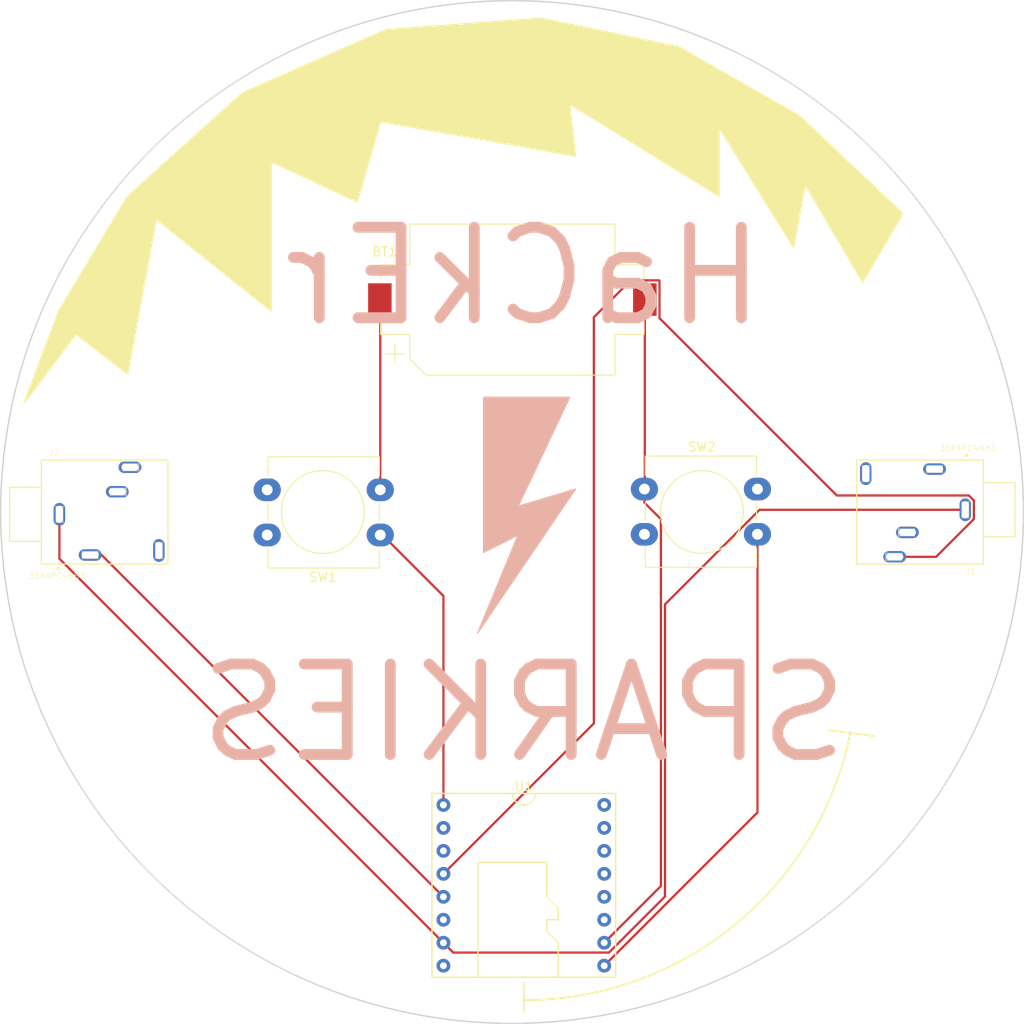
<source format=kicad_pcb>
(kicad_pcb (version 20171130) (host pcbnew "(5.0.2)-1")

  (general
    (thickness 1.6)
    (drawings 7)
    (tracks 39)
    (zones 0)
    (modules 6)
    (nets 24)
  )

  (page A4)
  (layers
    (0 F.Cu signal)
    (31 B.Cu signal)
    (32 B.Adhes user)
    (33 F.Adhes user)
    (34 B.Paste user)
    (35 F.Paste user)
    (36 B.SilkS user)
    (37 F.SilkS user)
    (38 B.Mask user)
    (39 F.Mask user)
    (40 Dwgs.User user)
    (41 Cmts.User user)
    (42 Eco1.User user)
    (43 Eco2.User user)
    (44 Edge.Cuts user)
    (45 Margin user)
    (46 B.CrtYd user)
    (47 F.CrtYd user)
    (48 B.Fab user)
    (49 F.Fab user)
  )

  (setup
    (last_trace_width 0.25)
    (trace_clearance 0.2)
    (zone_clearance 0.508)
    (zone_45_only no)
    (trace_min 0.2)
    (segment_width 0.2)
    (edge_width 0.15)
    (via_size 0.8)
    (via_drill 0.4)
    (via_min_size 0.4)
    (via_min_drill 0.3)
    (uvia_size 0.3)
    (uvia_drill 0.1)
    (uvias_allowed no)
    (uvia_min_size 0.2)
    (uvia_min_drill 0.1)
    (pcb_text_width 0.3)
    (pcb_text_size 1.5 1.5)
    (mod_edge_width 0.15)
    (mod_text_size 1 1)
    (mod_text_width 0.15)
    (pad_size 1.524 1.524)
    (pad_drill 0.762)
    (pad_to_mask_clearance 0.051)
    (solder_mask_min_width 0.25)
    (aux_axis_origin 0 0)
    (visible_elements 7FFFFFFF)
    (pcbplotparams
      (layerselection 0x010f0_ffffffff)
      (usegerberextensions true)
      (usegerberattributes false)
      (usegerberadvancedattributes false)
      (creategerberjobfile false)
      (excludeedgelayer true)
      (linewidth 0.100000)
      (plotframeref false)
      (viasonmask false)
      (mode 1)
      (useauxorigin false)
      (hpglpennumber 1)
      (hpglpenspeed 20)
      (hpglpendiameter 15.000000)
      (psnegative false)
      (psa4output false)
      (plotreference true)
      (plotvalue true)
      (plotinvisibletext false)
      (padsonsilk false)
      (subtractmaskfromsilk false)
      (outputformat 1)
      (mirror false)
      (drillshape 0)
      (scaleselection 1)
      (outputdirectory "Gerber/"))
  )

  (net 0 "")
  (net 1 GND)
  (net 2 "Net-(BT1-Pad1)")
  (net 3 "Net-(SW1-Pad1)")
  (net 4 "Net-(SW2-Pad2)")
  (net 5 "Net-(U1-Pad16)")
  (net 6 "Net-(U1-Pad15)")
  (net 7 "Net-(U1-Pad14)")
  (net 8 "Net-(U1-Pad13)")
  (net 9 "Net-(U1-Pad12)")
  (net 10 "Net-(U1-Pad11)")
  (net 11 "Net-(U1-Pad8)")
  (net 12 "Net-(U1-Pad6)")
  (net 13 "Net-(U1-Pad3)")
  (net 14 "Net-(U1-Pad2)")
  (net 15 "Net-(J1-Pad1)")
  (net 16 "Net-(J1-Pad2)")
  (net 17 "Net-(J1-Pad3)")
  (net 18 "Net-(J1-Pad4)")
  (net 19 "Net-(J1-Pad5)")
  (net 20 "Net-(J2-Pad5)")
  (net 21 "Net-(J2-Pad4)")
  (net 22 "Net-(J2-Pad3)")
  (net 23 "Net-(J2-Pad2)")

  (net_class Default "This is the default net class."
    (clearance 0.2)
    (trace_width 0.25)
    (via_dia 0.8)
    (via_drill 0.4)
    (uvia_dia 0.3)
    (uvia_drill 0.1)
    (add_net GND)
    (add_net "Net-(BT1-Pad1)")
    (add_net "Net-(J1-Pad1)")
    (add_net "Net-(J1-Pad2)")
    (add_net "Net-(J1-Pad3)")
    (add_net "Net-(J1-Pad4)")
    (add_net "Net-(J1-Pad5)")
    (add_net "Net-(J2-Pad2)")
    (add_net "Net-(J2-Pad3)")
    (add_net "Net-(J2-Pad4)")
    (add_net "Net-(J2-Pad5)")
    (add_net "Net-(SW1-Pad1)")
    (add_net "Net-(SW2-Pad2)")
    (add_net "Net-(U1-Pad11)")
    (add_net "Net-(U1-Pad12)")
    (add_net "Net-(U1-Pad13)")
    (add_net "Net-(U1-Pad14)")
    (add_net "Net-(U1-Pad15)")
    (add_net "Net-(U1-Pad16)")
    (add_net "Net-(U1-Pad2)")
    (add_net "Net-(U1-Pad3)")
    (add_net "Net-(U1-Pad6)")
    (add_net "Net-(U1-Pad8)")
  )

  (module Battery:BatteryHolder_Keystone_1060_1x2032 (layer F.Cu) (tedit 5B98EF5E) (tstamp 5C95D91B)
    (at 149.225 48.26)
    (descr http://www.keyelco.com/product-pdf.cfm?p=726)
    (tags "CR2032 BR2032 BatteryHolder Battery")
    (path /5C6D2A86)
    (attr smd)
    (fp_text reference BT1 (at -14.125 -5.3) (layer F.SilkS)
      (effects (font (size 1 1) (thickness 0.15)))
    )
    (fp_text value Battery (at 0 -11.75) (layer F.Fab)
      (effects (font (size 1 1) (thickness 0.15)))
    )
    (fp_circle (center 0 0) (end -10.2 0) (layer Dwgs.User) (width 0.3))
    (fp_line (start 11 8) (end -9.4 8) (layer F.Fab) (width 0.1))
    (fp_line (start 11 -8) (end -11 -8) (layer F.Fab) (width 0.1))
    (fp_line (start 11 8) (end 11 3.5) (layer F.Fab) (width 0.1))
    (fp_line (start 11 -8) (end 11 -3.5) (layer F.Fab) (width 0.1))
    (fp_line (start -11 -8) (end -11 -3.5) (layer F.Fab) (width 0.1))
    (fp_line (start -11 6.4) (end -11 3.5) (layer F.Fab) (width 0.1))
    (fp_line (start -11 3.5) (end -14.2 3.5) (layer F.Fab) (width 0.1))
    (fp_line (start -14.2 3.5) (end -14.2 -3.5) (layer F.Fab) (width 0.1))
    (fp_line (start -14.2 -3.5) (end -11 -3.5) (layer F.Fab) (width 0.1))
    (fp_line (start 11 3.5) (end 14.2 3.5) (layer F.Fab) (width 0.1))
    (fp_line (start 14.2 3.5) (end 14.2 -3.5) (layer F.Fab) (width 0.1))
    (fp_line (start 14.2 -3.5) (end 11 -3.5) (layer F.Fab) (width 0.1))
    (fp_line (start -9.4 8) (end -11 6.4) (layer F.Fab) (width 0.1))
    (fp_line (start 11.35 3.85) (end 14.55 3.85) (layer F.SilkS) (width 0.12))
    (fp_line (start 14.55 3.85) (end 14.55 2.3) (layer F.SilkS) (width 0.12))
    (fp_line (start 11.35 8.35) (end 11.35 3.85) (layer F.SilkS) (width 0.12))
    (fp_line (start 11.35 8.35) (end -9.55 8.35) (layer F.SilkS) (width 0.12))
    (fp_line (start -11.35 6.55) (end -11.35 3.85) (layer F.SilkS) (width 0.12))
    (fp_line (start -9.55 8.35) (end -11.35 6.55) (layer F.SilkS) (width 0.12))
    (fp_line (start -11.35 3.85) (end -14.55 3.85) (layer F.SilkS) (width 0.12))
    (fp_line (start -14.55 3.85) (end -14.55 2.3) (layer F.SilkS) (width 0.12))
    (fp_line (start -11.35 -3.85) (end -14.55 -3.85) (layer F.SilkS) (width 0.12))
    (fp_line (start -14.55 -3.85) (end -14.55 -2.3) (layer F.SilkS) (width 0.12))
    (fp_line (start 11.35 -3.85) (end 14.55 -3.85) (layer F.SilkS) (width 0.12))
    (fp_line (start 14.55 -3.85) (end 14.55 -2.3) (layer F.SilkS) (width 0.12))
    (fp_line (start -11.35 -8.35) (end 11.35 -8.35) (layer F.SilkS) (width 0.12))
    (fp_line (start -11.35 -8.35) (end -11.35 -3.85) (layer F.SilkS) (width 0.12))
    (fp_line (start 11.35 -8.35) (end 11.35 -3.85) (layer F.SilkS) (width 0.12))
    (fp_arc (start 0 0) (end -6.5 8.5) (angle -74.81070976) (layer F.CrtYd) (width 0.05))
    (fp_line (start 11.5 8.5) (end 6.5 8.5) (layer F.CrtYd) (width 0.05))
    (fp_line (start -6.5 8.5) (end -11.5 8.5) (layer F.CrtYd) (width 0.05))
    (fp_line (start -11.5 4) (end -11.5 8.5) (layer F.CrtYd) (width 0.05))
    (fp_line (start -14.7 4) (end -11.5 4) (layer F.CrtYd) (width 0.05))
    (fp_line (start -14.7 4) (end -14.7 2.3) (layer F.CrtYd) (width 0.05))
    (fp_line (start -14.7 2.3) (end -16.45 2.3) (layer F.CrtYd) (width 0.05))
    (fp_line (start -16.45 2.3) (end -16.45 -2.3) (layer F.CrtYd) (width 0.05))
    (fp_line (start -14.7 -2.3) (end -16.45 -2.3) (layer F.CrtYd) (width 0.05))
    (fp_line (start -14.7 -2.3) (end -14.7 -4) (layer F.CrtYd) (width 0.05))
    (fp_line (start -14.7 -4) (end -11.5 -4) (layer F.CrtYd) (width 0.05))
    (fp_line (start -11.5 -4) (end -11.5 -8.5) (layer F.CrtYd) (width 0.05))
    (fp_line (start -11.5 -8.5) (end -6.5 -8.5) (layer F.CrtYd) (width 0.05))
    (fp_line (start 11.5 -8.5) (end 11.5 -4) (layer F.CrtYd) (width 0.05))
    (fp_line (start 11.5 -4) (end 14.7 -4) (layer F.CrtYd) (width 0.05))
    (fp_line (start 14.7 -4) (end 14.7 -2.3) (layer F.CrtYd) (width 0.05))
    (fp_line (start 14.7 -2.3) (end 16.45 -2.3) (layer F.CrtYd) (width 0.05))
    (fp_line (start 16.45 -2.3) (end 16.45 2.3) (layer F.CrtYd) (width 0.05))
    (fp_line (start 16.45 2.3) (end 14.7 2.3) (layer F.CrtYd) (width 0.05))
    (fp_line (start 14.7 2.3) (end 14.7 4) (layer F.CrtYd) (width 0.05))
    (fp_line (start 14.7 4) (end 11.5 4) (layer F.CrtYd) (width 0.05))
    (fp_line (start 11.5 4) (end 11.5 8.5) (layer F.CrtYd) (width 0.05))
    (fp_arc (start 0 0) (end 6.5 -8.5) (angle -74.81070976) (layer F.CrtYd) (width 0.05))
    (fp_line (start 11.5 -8.5) (end 6.5 -8.5) (layer F.CrtYd) (width 0.05))
    (fp_text user %R (at 0 0) (layer F.Fab)
      (effects (font (size 1 1) (thickness 0.15)))
    )
    (fp_line (start -13 5) (end -13 7) (layer F.SilkS) (width 0.12))
    (fp_line (start -12 6) (end -14 6) (layer F.SilkS) (width 0.12))
    (pad 2 smd rect (at 14.65 0 180) (size 2.6 3.6) (layers F.Cu F.Paste F.Mask)
      (net 1 GND))
    (pad 1 smd rect (at -14.65 0 180) (size 2.6 3.6) (layers F.Cu F.Paste F.Mask)
      (net 2 "Net-(BT1-Pad1)"))
    (model ${KISYS3DMOD}/Battery.3dshapes/BatteryHolder_Keystone_1060_1x2032.wrl
      (at (xyz 0 0 0))
      (scale (xyz 1 1 1))
      (rotate (xyz 0 0 0))
    )
  )

  (module Button_Switch_THT:SW_PUSH-12mm_Wuerth-430476085716 (layer F.Cu) (tedit 5A02FE31) (tstamp 5C95D985)
    (at 134.62 74.295 180)
    (descr "SW PUSH 12mm http://katalog.we-online.de/em/datasheet/430476085716.pdf")
    (tags "tact sw push 12mm")
    (path /5C6D33FB)
    (fp_text reference SW1 (at 6.35 -4.66 180) (layer F.SilkS)
      (effects (font (size 1 1) (thickness 0.15)))
    )
    (fp_text value SW_Push (at 6.35 9.93 180) (layer F.Fab)
      (effects (font (size 1 1) (thickness 0.15)))
    )
    (fp_circle (center 6.35 2.54) (end 10.92905 2.54) (layer F.SilkS) (width 0.12))
    (fp_line (start 0.25 -3.5) (end 0.25 8.5) (layer F.Fab) (width 0.1))
    (fp_line (start 0.25 8.5) (end 12.25 8.5) (layer F.Fab) (width 0.1))
    (fp_line (start 12.25 8.5) (end 12.25 -3.5) (layer F.Fab) (width 0.1))
    (fp_line (start 12.25 -3.5) (end 0.25 -3.5) (layer F.Fab) (width 0.1))
    (fp_line (start 0.1 -1.53) (end 0.1 -3.65) (layer F.SilkS) (width 0.12))
    (fp_line (start 0.1 -3.65) (end 12.4 -3.65) (layer F.SilkS) (width 0.12))
    (fp_line (start 12.4 -3.65) (end 12.4 -1.53) (layer F.SilkS) (width 0.12))
    (fp_line (start 12.4 1.53) (end 12.4 3.47) (layer F.SilkS) (width 0.12))
    (fp_line (start 12.4 6.53) (end 12.4 8.65) (layer F.SilkS) (width 0.12))
    (fp_line (start 12.4 8.65) (end 0.1 8.65) (layer F.SilkS) (width 0.12))
    (fp_line (start 0.1 8.65) (end 0.1 6.53) (layer F.SilkS) (width 0.12))
    (fp_line (start 0.1 3.47) (end 0.1 1.53) (layer F.SilkS) (width 0.12))
    (fp_line (start -1.75 -3.75) (end -1.75 8.75) (layer F.CrtYd) (width 0.05))
    (fp_line (start -1.75 8.75) (end 14.25 8.75) (layer F.CrtYd) (width 0.05))
    (fp_line (start 14.25 8.75) (end 14.25 -3.75) (layer F.CrtYd) (width 0.05))
    (fp_line (start 14.25 -3.75) (end -1.75 -3.75) (layer F.CrtYd) (width 0.05))
    (fp_text user %R (at 6.35 2.54 180) (layer F.Fab)
      (effects (font (size 1 1) (thickness 0.15)))
    )
    (pad 1 thru_hole oval (at 12.5 0 180) (size 3 2.5) (drill 1.2) (layers *.Cu *.Mask)
      (net 3 "Net-(SW1-Pad1)"))
    (pad 2 thru_hole oval (at 12.5 5 180) (size 3 2.5) (drill 1.2) (layers *.Cu *.Mask)
      (net 2 "Net-(BT1-Pad1)"))
    (pad 1 thru_hole oval (at 0 0 180) (size 3 2.5) (drill 1.2) (layers *.Cu *.Mask)
      (net 3 "Net-(SW1-Pad1)"))
    (pad 2 thru_hole oval (at 0 5 180) (size 3 2.5) (drill 1.2) (layers *.Cu *.Mask)
      (net 2 "Net-(BT1-Pad1)"))
    (model ${KISYS3DMOD}/Button_Switch_THT.3dshapes/SW_PUSH-12mm_Wuerth-430476085716.wrl
      (at (xyz 0 0 0))
      (scale (xyz 1 1 1))
      (rotate (xyz 0 0 0))
    )
  )

  (module Button_Switch_THT:SW_PUSH-12mm_Wuerth-430476085716 (layer F.Cu) (tedit 5A02FE31) (tstamp 5C95D99F)
    (at 163.83 69.215)
    (descr "SW PUSH 12mm http://katalog.we-online.de/em/datasheet/430476085716.pdf")
    (tags "tact sw push 12mm")
    (path /5C6D3441)
    (fp_text reference SW2 (at 6.35 -4.66) (layer F.SilkS)
      (effects (font (size 1 1) (thickness 0.15)))
    )
    (fp_text value SW_Push (at 6.35 9.93) (layer F.Fab)
      (effects (font (size 1 1) (thickness 0.15)))
    )
    (fp_text user %R (at 6.35 2.54) (layer F.Fab)
      (effects (font (size 1 1) (thickness 0.15)))
    )
    (fp_line (start 14.25 -3.75) (end -1.75 -3.75) (layer F.CrtYd) (width 0.05))
    (fp_line (start 14.25 8.75) (end 14.25 -3.75) (layer F.CrtYd) (width 0.05))
    (fp_line (start -1.75 8.75) (end 14.25 8.75) (layer F.CrtYd) (width 0.05))
    (fp_line (start -1.75 -3.75) (end -1.75 8.75) (layer F.CrtYd) (width 0.05))
    (fp_line (start 0.1 3.47) (end 0.1 1.53) (layer F.SilkS) (width 0.12))
    (fp_line (start 0.1 8.65) (end 0.1 6.53) (layer F.SilkS) (width 0.12))
    (fp_line (start 12.4 8.65) (end 0.1 8.65) (layer F.SilkS) (width 0.12))
    (fp_line (start 12.4 6.53) (end 12.4 8.65) (layer F.SilkS) (width 0.12))
    (fp_line (start 12.4 1.53) (end 12.4 3.47) (layer F.SilkS) (width 0.12))
    (fp_line (start 12.4 -3.65) (end 12.4 -1.53) (layer F.SilkS) (width 0.12))
    (fp_line (start 0.1 -3.65) (end 12.4 -3.65) (layer F.SilkS) (width 0.12))
    (fp_line (start 0.1 -1.53) (end 0.1 -3.65) (layer F.SilkS) (width 0.12))
    (fp_line (start 12.25 -3.5) (end 0.25 -3.5) (layer F.Fab) (width 0.1))
    (fp_line (start 12.25 8.5) (end 12.25 -3.5) (layer F.Fab) (width 0.1))
    (fp_line (start 0.25 8.5) (end 12.25 8.5) (layer F.Fab) (width 0.1))
    (fp_line (start 0.25 -3.5) (end 0.25 8.5) (layer F.Fab) (width 0.1))
    (fp_circle (center 6.35 2.54) (end 10.92905 2.54) (layer F.SilkS) (width 0.12))
    (pad 2 thru_hole oval (at 0 5) (size 3 2.5) (drill 1.2) (layers *.Cu *.Mask)
      (net 4 "Net-(SW2-Pad2)"))
    (pad 1 thru_hole oval (at 0 0) (size 3 2.5) (drill 1.2) (layers *.Cu *.Mask)
      (net 1 GND))
    (pad 2 thru_hole oval (at 12.5 5) (size 3 2.5) (drill 1.2) (layers *.Cu *.Mask)
      (net 4 "Net-(SW2-Pad2)"))
    (pad 1 thru_hole oval (at 12.5 0) (size 3 2.5) (drill 1.2) (layers *.Cu *.Mask)
      (net 1 GND))
    (model ${KISYS3DMOD}/Button_Switch_THT.3dshapes/SW_PUSH-12mm_Wuerth-430476085716.wrl
      (at (xyz 0 0 0))
      (scale (xyz 1 1 1))
      (rotate (xyz 0 0 0))
    )
  )

  (module DFPlayer:DFPlayer_Mini (layer F.Cu) (tedit 5C6D34E0) (tstamp 5C95D9C1)
    (at 150.495 101.6)
    (path /5C6D330F)
    (fp_text reference U1 (at 0 0.5) (layer F.SilkS)
      (effects (font (size 1 1) (thickness 0.15)))
    )
    (fp_text value DFPLAYER_MINI (at 0 -0.5) (layer F.Fab)
      (effects (font (size 1 1) (thickness 0.15)))
    )
    (fp_line (start -10.16 21.59) (end 10.16 21.59) (layer F.SilkS) (width 0.15))
    (fp_line (start 10.16 21.59) (end 10.16 1.27) (layer F.SilkS) (width 0.15))
    (fp_line (start 10.16 1.27) (end -10.16 1.27) (layer F.SilkS) (width 0.15))
    (fp_line (start -10.16 1.27) (end -10.16 21.59) (layer F.SilkS) (width 0.15))
    (fp_arc (start 0 1.27) (end -1.27 1.27) (angle -180) (layer F.SilkS) (width 0.15))
    (fp_line (start -5.08 21.59) (end -5.08 8.89) (layer F.SilkS) (width 0.15))
    (fp_line (start -5.08 8.89) (end 2.54 8.89) (layer F.SilkS) (width 0.15))
    (fp_line (start 2.54 8.89) (end 2.54 12.7) (layer F.SilkS) (width 0.15))
    (fp_line (start 2.54 12.7) (end 3.81 13.97) (layer F.SilkS) (width 0.15))
    (fp_line (start 3.81 13.97) (end 3.81 15.24) (layer F.SilkS) (width 0.15))
    (fp_line (start 3.81 15.24) (end 2.54 15.24) (layer F.SilkS) (width 0.15))
    (fp_line (start 2.54 15.24) (end 2.54 16.51) (layer F.SilkS) (width 0.15))
    (fp_line (start 2.54 16.51) (end 3.81 17.78) (layer F.SilkS) (width 0.15))
    (fp_line (start 3.81 17.78) (end 3.81 21.59) (layer F.SilkS) (width 0.15))
    (pad 1 thru_hole circle (at -8.89 2.54) (size 1.524 1.524) (drill 0.762) (layers *.Cu *.Mask)
      (net 3 "Net-(SW1-Pad1)"))
    (pad 2 thru_hole circle (at -8.89 5.08) (size 1.524 1.524) (drill 0.762) (layers *.Cu *.Mask)
      (net 14 "Net-(U1-Pad2)"))
    (pad 3 thru_hole circle (at -8.89 7.62) (size 1.524 1.524) (drill 0.762) (layers *.Cu *.Mask)
      (net 13 "Net-(U1-Pad3)"))
    (pad 4 thru_hole circle (at -8.89 10.16) (size 1.524 1.524) (drill 0.762) (layers *.Cu *.Mask)
      (net 16 "Net-(J1-Pad2)"))
    (pad 5 thru_hole circle (at -8.89 12.7) (size 1.524 1.524) (drill 0.762) (layers *.Cu *.Mask)
      (net 20 "Net-(J2-Pad5)"))
    (pad 6 thru_hole circle (at -8.89 15.24) (size 1.524 1.524) (drill 0.762) (layers *.Cu *.Mask)
      (net 12 "Net-(U1-Pad6)"))
    (pad 7 thru_hole circle (at -8.89 17.78) (size 1.524 1.524) (drill 0.762) (layers *.Cu *.Mask)
      (net 15 "Net-(J1-Pad1)"))
    (pad 8 thru_hole circle (at -8.89 20.32) (size 1.524 1.524) (drill 0.762) (layers *.Cu *.Mask)
      (net 11 "Net-(U1-Pad8)"))
    (pad 9 thru_hole circle (at 8.89 20.32) (size 1.524 1.524) (drill 0.762) (layers *.Cu *.Mask)
      (net 4 "Net-(SW2-Pad2)"))
    (pad 10 thru_hole circle (at 8.89 17.78) (size 1.524 1.524) (drill 0.762) (layers *.Cu *.Mask)
      (net 1 GND))
    (pad 11 thru_hole circle (at 8.89 15.24) (size 1.524 1.524) (drill 0.762) (layers *.Cu *.Mask)
      (net 10 "Net-(U1-Pad11)"))
    (pad 12 thru_hole circle (at 8.89 12.7) (size 1.524 1.524) (drill 0.762) (layers *.Cu *.Mask)
      (net 9 "Net-(U1-Pad12)"))
    (pad 13 thru_hole circle (at 8.89 10.16) (size 1.524 1.524) (drill 0.762) (layers *.Cu *.Mask)
      (net 8 "Net-(U1-Pad13)"))
    (pad 14 thru_hole circle (at 8.89 7.62) (size 1.524 1.524) (drill 0.762) (layers *.Cu *.Mask)
      (net 7 "Net-(U1-Pad14)"))
    (pad 15 thru_hole circle (at 8.89 5.08) (size 1.524 1.524) (drill 0.762) (layers *.Cu *.Mask)
      (net 6 "Net-(U1-Pad15)"))
    (pad 16 thru_hole circle (at 8.89 2.54) (size 1.524 1.524) (drill 0.762) (layers *.Cu *.Mask)
      (net 5 "Net-(U1-Pad16)"))
  )

  (module AudioJack:SWITCHCRAFT_35RAPC4BH3 (layer F.Cu) (tedit 5C6D4E0A) (tstamp 5CAEFED5)
    (at 194.31 71.755 180)
    (path /5C6D5449)
    (fp_text reference J1 (at -5.57705 -6.55951 180) (layer F.SilkS)
      (effects (font (size 0.640304 0.640304) (thickness 0.05)))
    )
    (fp_text value 35RAPC4BH3 (at -5.2726 7.04975 180) (layer F.SilkS)
      (effects (font (size 0.640559 0.640559) (thickness 0.05)))
    )
    (fp_line (start -7 5.75) (end -7 3.25) (layer Eco2.User) (width 0.127))
    (fp_line (start -7 3.25) (end -7 -2.75) (layer Eco2.User) (width 0.127))
    (fp_line (start -7 -2.75) (end -7 -5.75) (layer Eco2.User) (width 0.127))
    (fp_line (start -7 -5.75) (end 7 -5.75) (layer Eco2.User) (width 0.127))
    (fp_line (start 7 -5.75) (end 7 5.75) (layer Eco2.User) (width 0.127))
    (fp_line (start 7 5.75) (end -7 5.75) (layer Eco2.User) (width 0.127))
    (fp_line (start -7 -5.75) (end 7 -5.75) (layer F.SilkS) (width 0.127))
    (fp_line (start 7 -5.75) (end 7 5.75) (layer F.SilkS) (width 0.127))
    (fp_line (start 7 5.75) (end -7 5.75) (layer F.SilkS) (width 0.127))
    (fp_line (start -7 5.75) (end -7 3.25) (layer F.SilkS) (width 0.127))
    (fp_line (start -7 3.25) (end -7 -2.75) (layer F.SilkS) (width 0.127))
    (fp_line (start -7 -2.75) (end -7 -5.75) (layer F.SilkS) (width 0.127))
    (fp_line (start -4.97 -0.13) (end -4.98 -0.13) (layer Edge.Cuts) (width 0.1))
    (fp_line (start -5.375 -0.625) (end -5.375 1.125) (layer Edge.Cuts) (width 0.1))
    (fp_line (start -5.375 1.125) (end -4.625 1.125) (layer Edge.Cuts) (width 0.1))
    (fp_line (start -4.625 1.125) (end -4.625 -0.625) (layer Edge.Cuts) (width 0.1))
    (fp_line (start -5.375 -0.625) (end -4.625 -0.625) (layer Edge.Cuts) (width 0.1))
    (fp_line (start -1.98 4.72) (end -1.98 4.73) (layer Edge.Cuts) (width 0.1))
    (fp_line (start -2.475 5.125) (end -0.725 5.125) (layer Edge.Cuts) (width 0.1))
    (fp_line (start -0.725 5.125) (end -0.725 4.375) (layer Edge.Cuts) (width 0.1))
    (fp_line (start -0.725 4.375) (end -2.475 4.375) (layer Edge.Cuts) (width 0.1))
    (fp_line (start -2.475 5.125) (end -2.475 4.375) (layer Edge.Cuts) (width 0.1))
    (fp_line (start 1.12 -2.28) (end 1.12 -2.27) (layer Edge.Cuts) (width 0.1))
    (fp_line (start 0.625 -1.875) (end 2.375 -1.875) (layer Edge.Cuts) (width 0.1))
    (fp_line (start 2.375 -1.875) (end 2.375 -2.625) (layer Edge.Cuts) (width 0.1))
    (fp_line (start 2.375 -2.625) (end 0.625 -2.625) (layer Edge.Cuts) (width 0.1))
    (fp_line (start 0.625 -1.875) (end 0.625 -2.625) (layer Edge.Cuts) (width 0.1))
    (fp_line (start 2.52 -4.98) (end 2.52 -4.97) (layer Edge.Cuts) (width 0.1))
    (fp_line (start 2.025 -4.575) (end 3.775 -4.575) (layer Edge.Cuts) (width 0.1))
    (fp_line (start 3.775 -4.575) (end 3.775 -5.325) (layer Edge.Cuts) (width 0.1))
    (fp_line (start 3.775 -5.325) (end 2.025 -5.325) (layer Edge.Cuts) (width 0.1))
    (fp_line (start 2.025 -4.575) (end 2.025 -5.325) (layer Edge.Cuts) (width 0.1))
    (fp_line (start 6.03 3.87) (end 6.02 3.87) (layer Edge.Cuts) (width 0.1))
    (fp_line (start 5.625 3.375) (end 5.625 5.125) (layer Edge.Cuts) (width 0.1))
    (fp_line (start 5.625 5.125) (end 6.375 5.125) (layer Edge.Cuts) (width 0.1))
    (fp_line (start 6.375 5.125) (end 6.375 3.375) (layer Edge.Cuts) (width 0.1))
    (fp_line (start 5.625 3.375) (end 6.375 3.375) (layer Edge.Cuts) (width 0.1))
    (fp_circle (center -5.1 6.25) (end -5 6.25) (layer F.SilkS) (width 0.2))
    (fp_circle (center -6.1 0.25) (end -6 0.25) (layer Eco2.User) (width 0.2))
    (fp_line (start -7.25 -6) (end 7.25 -6) (layer Eco1.User) (width 0.05))
    (fp_line (start 7.25 -6) (end 7.25 6) (layer Eco1.User) (width 0.05))
    (fp_line (start 7.25 6) (end -7.25 6) (layer Eco1.User) (width 0.05))
    (fp_line (start -7 -2.75) (end -10.5 -2.75) (layer F.SilkS) (width 0.127))
    (fp_line (start -10.5 -2.75) (end -10.5 3.25) (layer F.SilkS) (width 0.127))
    (fp_line (start -10.5 3.25) (end -7 3.25) (layer F.SilkS) (width 0.127))
    (fp_line (start -7 -2.75) (end -10.5 -2.75) (layer Eco2.User) (width 0.127))
    (fp_line (start -10.5 -2.75) (end -10.5 3.25) (layer Eco2.User) (width 0.127))
    (fp_line (start -10.5 3.25) (end -7 3.25) (layer Eco2.User) (width 0.127))
    (fp_line (start -7.25 6) (end -7.25 3.5) (layer Eco1.User) (width 0.05))
    (fp_line (start -7.25 3.5) (end -10.75 3.5) (layer Eco1.User) (width 0.05))
    (fp_line (start -10.75 3.5) (end -10.75 -3) (layer Eco1.User) (width 0.05))
    (fp_line (start -10.75 -3) (end -7.25 -3) (layer Eco1.User) (width 0.05))
    (fp_line (start -7.25 -3) (end -7.25 -6) (layer Eco1.User) (width 0.05))
    (pad 1 thru_hole oval (at -5 0.25 270) (size 2.516 1.258) (drill oval 1.9 0.75) (layers *.Cu *.Mask)
      (net 15 "Net-(J1-Pad1)"))
    (pad 2 thru_hole oval (at 2.8 -4.95) (size 2.516 1.258) (drill oval 1.9 0.75) (layers *.Cu *.Mask)
      (net 16 "Net-(J1-Pad2)"))
    (pad 3 thru_hole oval (at 1.4 -2.25) (size 2.516 1.258) (drill oval 1.9 0.75) (layers *.Cu *.Mask)
      (net 17 "Net-(J1-Pad3)"))
    (pad 4 thru_hole oval (at 6 4.25 90) (size 2.516 1.258) (drill oval 1.9 0.75) (layers *.Cu *.Mask)
      (net 18 "Net-(J1-Pad4)"))
    (pad 5 thru_hole oval (at -1.6 4.75 180) (size 2.516 1.258) (drill oval 1.9 0.75) (layers *.Cu *.Mask)
      (net 19 "Net-(J1-Pad5)"))
  )

  (module AudioJack:SWITCHCRAFT_35RAPC4BH3 (layer F.Cu) (tedit 5C6D4E0A) (tstamp 5CAEFF13)
    (at 104.14 71.755)
    (path /5C6D5508)
    (fp_text reference J2 (at -5.57705 -6.55951) (layer F.SilkS)
      (effects (font (size 0.640304 0.640304) (thickness 0.05)))
    )
    (fp_text value 35RAPC4BH3 (at -5.2726 7.04975) (layer F.SilkS)
      (effects (font (size 0.640559 0.640559) (thickness 0.05)))
    )
    (fp_line (start -7.25 -3) (end -7.25 -6) (layer Eco1.User) (width 0.05))
    (fp_line (start -10.75 -3) (end -7.25 -3) (layer Eco1.User) (width 0.05))
    (fp_line (start -10.75 3.5) (end -10.75 -3) (layer Eco1.User) (width 0.05))
    (fp_line (start -7.25 3.5) (end -10.75 3.5) (layer Eco1.User) (width 0.05))
    (fp_line (start -7.25 6) (end -7.25 3.5) (layer Eco1.User) (width 0.05))
    (fp_line (start -10.5 3.25) (end -7 3.25) (layer Eco2.User) (width 0.127))
    (fp_line (start -10.5 -2.75) (end -10.5 3.25) (layer Eco2.User) (width 0.127))
    (fp_line (start -7 -2.75) (end -10.5 -2.75) (layer Eco2.User) (width 0.127))
    (fp_line (start -10.5 3.25) (end -7 3.25) (layer F.SilkS) (width 0.127))
    (fp_line (start -10.5 -2.75) (end -10.5 3.25) (layer F.SilkS) (width 0.127))
    (fp_line (start -7 -2.75) (end -10.5 -2.75) (layer F.SilkS) (width 0.127))
    (fp_line (start 7.25 6) (end -7.25 6) (layer Eco1.User) (width 0.05))
    (fp_line (start 7.25 -6) (end 7.25 6) (layer Eco1.User) (width 0.05))
    (fp_line (start -7.25 -6) (end 7.25 -6) (layer Eco1.User) (width 0.05))
    (fp_circle (center -6.1 0.25) (end -6 0.25) (layer Eco2.User) (width 0.2))
    (fp_circle (center -5.1 6.25) (end -5 6.25) (layer F.SilkS) (width 0.2))
    (fp_line (start 5.625 3.375) (end 6.375 3.375) (layer Edge.Cuts) (width 0.1))
    (fp_line (start 6.375 5.125) (end 6.375 3.375) (layer Edge.Cuts) (width 0.1))
    (fp_line (start 5.625 5.125) (end 6.375 5.125) (layer Edge.Cuts) (width 0.1))
    (fp_line (start 5.625 3.375) (end 5.625 5.125) (layer Edge.Cuts) (width 0.1))
    (fp_line (start 6.03 3.87) (end 6.02 3.87) (layer Edge.Cuts) (width 0.1))
    (fp_line (start 2.025 -4.575) (end 2.025 -5.325) (layer Edge.Cuts) (width 0.1))
    (fp_line (start 3.775 -5.325) (end 2.025 -5.325) (layer Edge.Cuts) (width 0.1))
    (fp_line (start 3.775 -4.575) (end 3.775 -5.325) (layer Edge.Cuts) (width 0.1))
    (fp_line (start 2.025 -4.575) (end 3.775 -4.575) (layer Edge.Cuts) (width 0.1))
    (fp_line (start 2.52 -4.98) (end 2.52 -4.97) (layer Edge.Cuts) (width 0.1))
    (fp_line (start 0.625 -1.875) (end 0.625 -2.625) (layer Edge.Cuts) (width 0.1))
    (fp_line (start 2.375 -2.625) (end 0.625 -2.625) (layer Edge.Cuts) (width 0.1))
    (fp_line (start 2.375 -1.875) (end 2.375 -2.625) (layer Edge.Cuts) (width 0.1))
    (fp_line (start 0.625 -1.875) (end 2.375 -1.875) (layer Edge.Cuts) (width 0.1))
    (fp_line (start 1.12 -2.28) (end 1.12 -2.27) (layer Edge.Cuts) (width 0.1))
    (fp_line (start -2.475 5.125) (end -2.475 4.375) (layer Edge.Cuts) (width 0.1))
    (fp_line (start -0.725 4.375) (end -2.475 4.375) (layer Edge.Cuts) (width 0.1))
    (fp_line (start -0.725 5.125) (end -0.725 4.375) (layer Edge.Cuts) (width 0.1))
    (fp_line (start -2.475 5.125) (end -0.725 5.125) (layer Edge.Cuts) (width 0.1))
    (fp_line (start -1.98 4.72) (end -1.98 4.73) (layer Edge.Cuts) (width 0.1))
    (fp_line (start -5.375 -0.625) (end -4.625 -0.625) (layer Edge.Cuts) (width 0.1))
    (fp_line (start -4.625 1.125) (end -4.625 -0.625) (layer Edge.Cuts) (width 0.1))
    (fp_line (start -5.375 1.125) (end -4.625 1.125) (layer Edge.Cuts) (width 0.1))
    (fp_line (start -5.375 -0.625) (end -5.375 1.125) (layer Edge.Cuts) (width 0.1))
    (fp_line (start -4.97 -0.13) (end -4.98 -0.13) (layer Edge.Cuts) (width 0.1))
    (fp_line (start -7 -2.75) (end -7 -5.75) (layer F.SilkS) (width 0.127))
    (fp_line (start -7 3.25) (end -7 -2.75) (layer F.SilkS) (width 0.127))
    (fp_line (start -7 5.75) (end -7 3.25) (layer F.SilkS) (width 0.127))
    (fp_line (start 7 5.75) (end -7 5.75) (layer F.SilkS) (width 0.127))
    (fp_line (start 7 -5.75) (end 7 5.75) (layer F.SilkS) (width 0.127))
    (fp_line (start -7 -5.75) (end 7 -5.75) (layer F.SilkS) (width 0.127))
    (fp_line (start 7 5.75) (end -7 5.75) (layer Eco2.User) (width 0.127))
    (fp_line (start 7 -5.75) (end 7 5.75) (layer Eco2.User) (width 0.127))
    (fp_line (start -7 -5.75) (end 7 -5.75) (layer Eco2.User) (width 0.127))
    (fp_line (start -7 -2.75) (end -7 -5.75) (layer Eco2.User) (width 0.127))
    (fp_line (start -7 3.25) (end -7 -2.75) (layer Eco2.User) (width 0.127))
    (fp_line (start -7 5.75) (end -7 3.25) (layer Eco2.User) (width 0.127))
    (pad 5 thru_hole oval (at -1.6 4.75) (size 2.516 1.258) (drill oval 1.9 0.75) (layers *.Cu *.Mask)
      (net 20 "Net-(J2-Pad5)"))
    (pad 4 thru_hole oval (at 6 4.25 270) (size 2.516 1.258) (drill oval 1.9 0.75) (layers *.Cu *.Mask)
      (net 21 "Net-(J2-Pad4)"))
    (pad 3 thru_hole oval (at 1.4 -2.25 180) (size 2.516 1.258) (drill oval 1.9 0.75) (layers *.Cu *.Mask)
      (net 22 "Net-(J2-Pad3)"))
    (pad 2 thru_hole oval (at 2.8 -4.95 180) (size 2.516 1.258) (drill oval 1.9 0.75) (layers *.Cu *.Mask)
      (net 23 "Net-(J2-Pad2)"))
    (pad 1 thru_hole oval (at -5 0.25 90) (size 2.516 1.258) (drill oval 1.9 0.75) (layers *.Cu *.Mask)
      (net 15 "Net-(J1-Pad1)"))
  )

  (gr_text "HaCkEr\n\n\nSPARKIES" (at 150.495 69.85) (layer B.SilkS)
    (effects (font (size 10 10) (thickness 1.2)) (justify mirror))
  )
  (gr_poly (pts (xy 146.05 59.055) (xy 155.575 59.055) (xy 149.86 71.12) (xy 156.21 69.215) (xy 145.415 85.09) (xy 149.86 74.295) (xy 146.05 76.2)) (layer B.SilkS) (width 0.15))
  (gr_line (start 150.495 123.825) (end 150.495 127) (layer F.SilkS) (width 0.2))
  (gr_line (start 184.15 95.885) (end 189.23 96.52) (layer F.SilkS) (width 0.2))
  (gr_arc (start 150.495 88.9) (end 150.495 125.73) (angle -78.69006753) (layer F.SilkS) (width 0.2))
  (gr_poly (pts (xy 95.25 59.69) (xy 99.06 49.53) (xy 106.68 36.83) (xy 119.38 25.4) (xy 135.255 18.415) (xy 152.4 17.145) (xy 167.64 20.32) (xy 180.975 27.94) (xy 192.405 38.735) (xy 187.96 46.355) (xy 181.61 35.56) (xy 180.34 42.545) (xy 172.085 29.21) (xy 172.085 36.83) (xy 155.575 26.67) (xy 156.21 32.385) (xy 134.62 28.575) (xy 132.08 37.465) (xy 122.555 33.02) (xy 122.555 49.53) (xy 109.855 39.37) (xy 106.68 56.515) (xy 100.965 52.07)) (layer F.SilkS) (width 0.15))
  (gr_circle (center 149.192903 71.755) (end 147.287903 15.24) (layer Edge.Cuts) (width 0.15))

  (segment (start 163.875 69.17) (end 163.83 69.215) (width 0.25) (layer F.Cu) (net 1))
  (segment (start 163.875 48.26) (end 163.875 69.17) (width 0.25) (layer F.Cu) (net 1))
  (segment (start 160.146999 118.618001) (end 159.385 119.38) (width 0.25) (layer F.Cu) (net 1))
  (segment (start 165.65501 113.10999) (end 160.146999 118.618001) (width 0.25) (layer F.Cu) (net 1))
  (segment (start 165.65501 72.54001) (end 165.65501 113.10999) (width 0.25) (layer F.Cu) (net 1))
  (segment (start 163.83 70.715) (end 165.65501 72.54001) (width 0.25) (layer F.Cu) (net 1))
  (segment (start 163.83 69.215) (end 163.83 70.715) (width 0.25) (layer F.Cu) (net 1))
  (segment (start 134.62 48.305) (end 134.575 48.26) (width 0.25) (layer F.Cu) (net 2))
  (segment (start 134.62 69.295) (end 134.62 48.305) (width 0.25) (layer F.Cu) (net 2))
  (segment (start 134.87 74.295) (end 134.62 74.295) (width 0.25) (layer F.Cu) (net 3))
  (segment (start 141.605 81.03) (end 134.87 74.295) (width 0.25) (layer F.Cu) (net 3))
  (segment (start 141.605 104.14) (end 141.605 81.03) (width 0.25) (layer F.Cu) (net 3))
  (segment (start 176.33 104.975) (end 159.385 121.92) (width 0.25) (layer F.Cu) (net 4))
  (segment (start 176.33 74.215) (end 176.33 104.975) (width 0.25) (layer F.Cu) (net 4))
  (segment (start 142.366999 120.141999) (end 141.605 119.38) (width 0.25) (layer F.Cu) (net 15))
  (segment (start 142.692001 120.467001) (end 142.366999 120.141999) (width 0.25) (layer F.Cu) (net 15))
  (segment (start 159.906761 120.467001) (end 142.692001 120.467001) (width 0.25) (layer F.Cu) (net 15))
  (segment (start 166.10502 114.268742) (end 159.906761 120.467001) (width 0.25) (layer F.Cu) (net 15))
  (segment (start 166.10502 81.96258) (end 166.10502 114.268742) (width 0.25) (layer F.Cu) (net 15))
  (segment (start 176.5626 71.505) (end 166.10502 81.96258) (width 0.25) (layer F.Cu) (net 15))
  (segment (start 199.31 71.505) (end 176.5626 71.505) (width 0.25) (layer F.Cu) (net 15))
  (segment (start 99.14 76.915) (end 141.605 119.38) (width 0.25) (layer F.Cu) (net 15))
  (segment (start 99.14 72.005) (end 99.14 76.915) (width 0.25) (layer F.Cu) (net 15))
  (segment (start 193.018 76.705) (end 191.51 76.705) (width 0.25) (layer F.Cu) (net 16))
  (segment (start 200.26401 72.529163) (end 196.088173 76.705) (width 0.25) (layer F.Cu) (net 16))
  (segment (start 200.26401 70.480837) (end 200.26401 72.529163) (width 0.25) (layer F.Cu) (net 16))
  (segment (start 185.10199 69.92199) (end 199.705163 69.92199) (width 0.25) (layer F.Cu) (net 16))
  (segment (start 165.500001 46.199999) (end 165.500001 50.320001) (width 0.25) (layer F.Cu) (net 16))
  (segment (start 165.435001 46.134999) (end 165.500001 46.199999) (width 0.25) (layer F.Cu) (net 16))
  (segment (start 165.500001 50.320001) (end 185.10199 69.92199) (width 0.25) (layer F.Cu) (net 16))
  (segment (start 162.314999 46.134999) (end 165.435001 46.134999) (width 0.25) (layer F.Cu) (net 16))
  (segment (start 199.705163 69.92199) (end 200.26401 70.480837) (width 0.25) (layer F.Cu) (net 16))
  (segment (start 158.241999 50.207999) (end 162.314999 46.134999) (width 0.25) (layer F.Cu) (net 16))
  (segment (start 196.088173 76.705) (end 193.018 76.705) (width 0.25) (layer F.Cu) (net 16))
  (segment (start 158.241999 95.123001) (end 158.241999 50.207999) (width 0.25) (layer F.Cu) (net 16))
  (segment (start 141.605 111.76) (end 158.241999 95.123001) (width 0.25) (layer F.Cu) (net 16))
  (segment (start 140.843001 113.538001) (end 141.605 114.3) (width 0.25) (layer F.Cu) (net 20))
  (segment (start 103.81 76.505) (end 140.843001 113.538001) (width 0.25) (layer F.Cu) (net 20))
  (segment (start 102.54 76.505) (end 103.81 76.505) (width 0.25) (layer F.Cu) (net 20))

)

</source>
